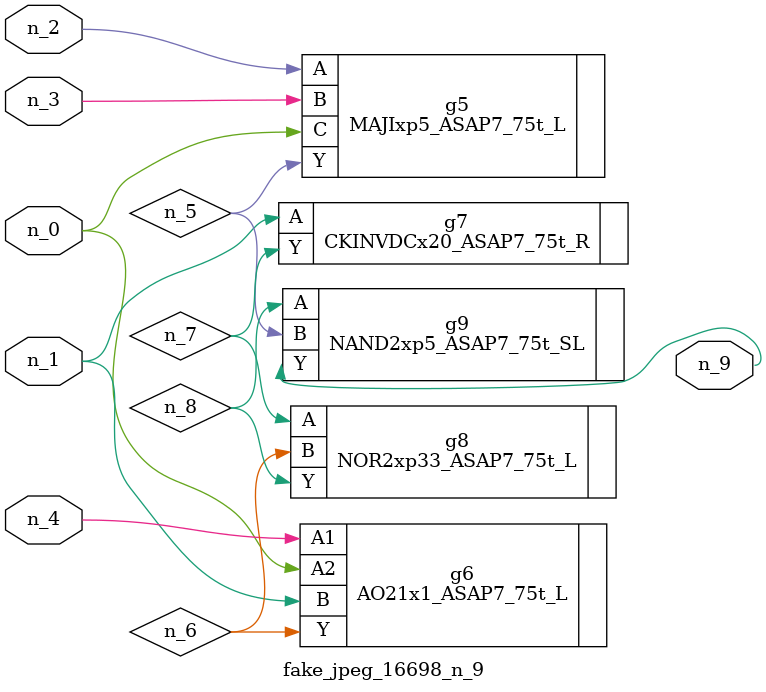
<source format=v>
module fake_jpeg_16698_n_9 (n_3, n_2, n_1, n_0, n_4, n_9);

input n_3;
input n_2;
input n_1;
input n_0;
input n_4;

output n_9;

wire n_8;
wire n_6;
wire n_5;
wire n_7;

MAJIxp5_ASAP7_75t_L g5 ( 
.A(n_2),
.B(n_3),
.C(n_0),
.Y(n_5)
);

AO21x1_ASAP7_75t_L g6 ( 
.A1(n_4),
.A2(n_0),
.B(n_1),
.Y(n_6)
);

CKINVDCx20_ASAP7_75t_R g7 ( 
.A(n_1),
.Y(n_7)
);

NOR2xp33_ASAP7_75t_L g8 ( 
.A(n_7),
.B(n_6),
.Y(n_8)
);

NAND2xp5_ASAP7_75t_SL g9 ( 
.A(n_8),
.B(n_5),
.Y(n_9)
);


endmodule
</source>
